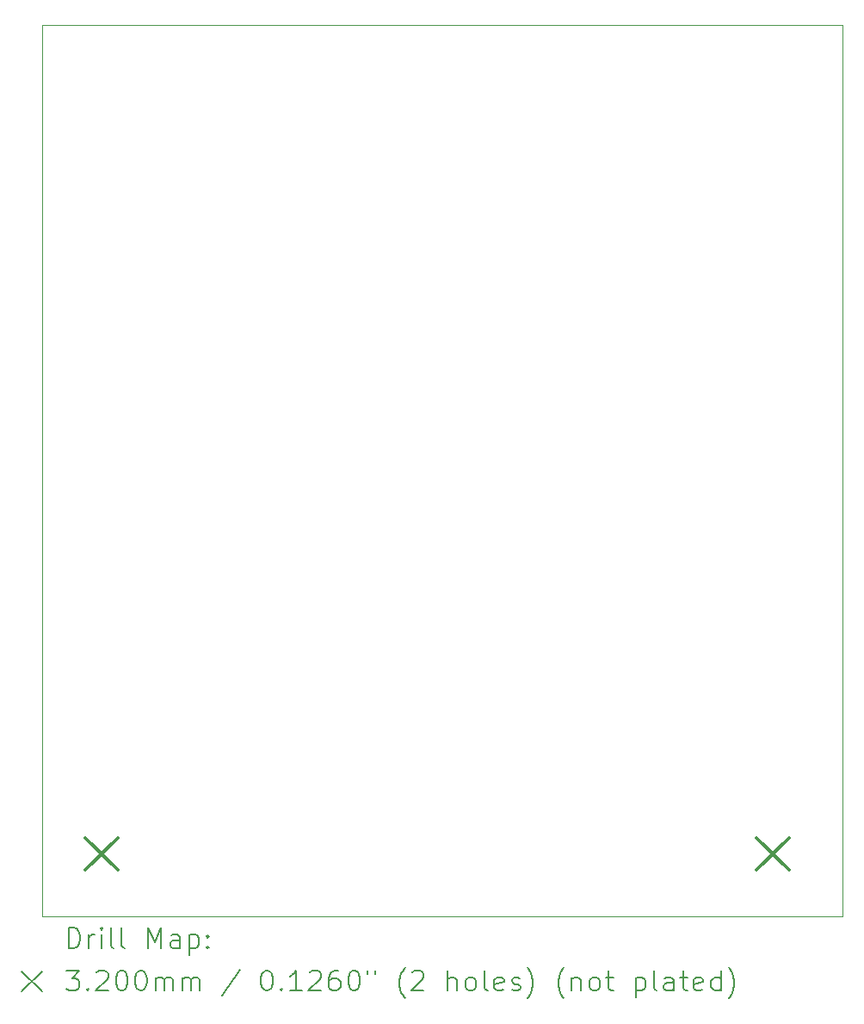
<source format=gbr>
%TF.GenerationSoftware,KiCad,Pcbnew,7.0.10*%
%TF.CreationDate,2024-02-08T17:52:36+11:00*%
%TF.ProjectId,Desktop Thermometer USB-C,4465736b-746f-4702-9054-6865726d6f6d,rev?*%
%TF.SameCoordinates,Original*%
%TF.FileFunction,Drillmap*%
%TF.FilePolarity,Positive*%
%FSLAX45Y45*%
G04 Gerber Fmt 4.5, Leading zero omitted, Abs format (unit mm)*
G04 Created by KiCad (PCBNEW 7.0.10) date 2024-02-08 17:52:36*
%MOMM*%
%LPD*%
G01*
G04 APERTURE LIST*
%ADD10C,0.100000*%
%ADD11C,0.200000*%
%ADD12C,0.320000*%
G04 APERTURE END LIST*
D10*
X9829800Y-4800600D02*
X17703800Y-4800600D01*
X17703800Y-13563600D01*
X9829800Y-13563600D01*
X9829800Y-4800600D01*
D11*
D12*
X10254000Y-12794000D02*
X10574000Y-13114000D01*
X10574000Y-12794000D02*
X10254000Y-13114000D01*
X16858000Y-12794000D02*
X17178000Y-13114000D01*
X17178000Y-12794000D02*
X16858000Y-13114000D01*
D11*
X10085577Y-13880084D02*
X10085577Y-13680084D01*
X10085577Y-13680084D02*
X10133196Y-13680084D01*
X10133196Y-13680084D02*
X10161767Y-13689608D01*
X10161767Y-13689608D02*
X10180815Y-13708655D01*
X10180815Y-13708655D02*
X10190339Y-13727703D01*
X10190339Y-13727703D02*
X10199863Y-13765798D01*
X10199863Y-13765798D02*
X10199863Y-13794369D01*
X10199863Y-13794369D02*
X10190339Y-13832465D01*
X10190339Y-13832465D02*
X10180815Y-13851512D01*
X10180815Y-13851512D02*
X10161767Y-13870560D01*
X10161767Y-13870560D02*
X10133196Y-13880084D01*
X10133196Y-13880084D02*
X10085577Y-13880084D01*
X10285577Y-13880084D02*
X10285577Y-13746750D01*
X10285577Y-13784846D02*
X10295101Y-13765798D01*
X10295101Y-13765798D02*
X10304624Y-13756274D01*
X10304624Y-13756274D02*
X10323672Y-13746750D01*
X10323672Y-13746750D02*
X10342720Y-13746750D01*
X10409386Y-13880084D02*
X10409386Y-13746750D01*
X10409386Y-13680084D02*
X10399863Y-13689608D01*
X10399863Y-13689608D02*
X10409386Y-13699131D01*
X10409386Y-13699131D02*
X10418910Y-13689608D01*
X10418910Y-13689608D02*
X10409386Y-13680084D01*
X10409386Y-13680084D02*
X10409386Y-13699131D01*
X10533196Y-13880084D02*
X10514148Y-13870560D01*
X10514148Y-13870560D02*
X10504624Y-13851512D01*
X10504624Y-13851512D02*
X10504624Y-13680084D01*
X10637958Y-13880084D02*
X10618910Y-13870560D01*
X10618910Y-13870560D02*
X10609386Y-13851512D01*
X10609386Y-13851512D02*
X10609386Y-13680084D01*
X10866529Y-13880084D02*
X10866529Y-13680084D01*
X10866529Y-13680084D02*
X10933196Y-13822941D01*
X10933196Y-13822941D02*
X10999863Y-13680084D01*
X10999863Y-13680084D02*
X10999863Y-13880084D01*
X11180815Y-13880084D02*
X11180815Y-13775322D01*
X11180815Y-13775322D02*
X11171291Y-13756274D01*
X11171291Y-13756274D02*
X11152244Y-13746750D01*
X11152244Y-13746750D02*
X11114148Y-13746750D01*
X11114148Y-13746750D02*
X11095101Y-13756274D01*
X11180815Y-13870560D02*
X11161767Y-13880084D01*
X11161767Y-13880084D02*
X11114148Y-13880084D01*
X11114148Y-13880084D02*
X11095101Y-13870560D01*
X11095101Y-13870560D02*
X11085577Y-13851512D01*
X11085577Y-13851512D02*
X11085577Y-13832465D01*
X11085577Y-13832465D02*
X11095101Y-13813417D01*
X11095101Y-13813417D02*
X11114148Y-13803893D01*
X11114148Y-13803893D02*
X11161767Y-13803893D01*
X11161767Y-13803893D02*
X11180815Y-13794369D01*
X11276053Y-13746750D02*
X11276053Y-13946750D01*
X11276053Y-13756274D02*
X11295101Y-13746750D01*
X11295101Y-13746750D02*
X11333196Y-13746750D01*
X11333196Y-13746750D02*
X11352243Y-13756274D01*
X11352243Y-13756274D02*
X11361767Y-13765798D01*
X11361767Y-13765798D02*
X11371291Y-13784846D01*
X11371291Y-13784846D02*
X11371291Y-13841988D01*
X11371291Y-13841988D02*
X11361767Y-13861036D01*
X11361767Y-13861036D02*
X11352243Y-13870560D01*
X11352243Y-13870560D02*
X11333196Y-13880084D01*
X11333196Y-13880084D02*
X11295101Y-13880084D01*
X11295101Y-13880084D02*
X11276053Y-13870560D01*
X11457005Y-13861036D02*
X11466529Y-13870560D01*
X11466529Y-13870560D02*
X11457005Y-13880084D01*
X11457005Y-13880084D02*
X11447482Y-13870560D01*
X11447482Y-13870560D02*
X11457005Y-13861036D01*
X11457005Y-13861036D02*
X11457005Y-13880084D01*
X11457005Y-13756274D02*
X11466529Y-13765798D01*
X11466529Y-13765798D02*
X11457005Y-13775322D01*
X11457005Y-13775322D02*
X11447482Y-13765798D01*
X11447482Y-13765798D02*
X11457005Y-13756274D01*
X11457005Y-13756274D02*
X11457005Y-13775322D01*
X9624800Y-14108600D02*
X9824800Y-14308600D01*
X9824800Y-14108600D02*
X9624800Y-14308600D01*
X10066529Y-14100084D02*
X10190339Y-14100084D01*
X10190339Y-14100084D02*
X10123672Y-14176274D01*
X10123672Y-14176274D02*
X10152244Y-14176274D01*
X10152244Y-14176274D02*
X10171291Y-14185798D01*
X10171291Y-14185798D02*
X10180815Y-14195322D01*
X10180815Y-14195322D02*
X10190339Y-14214369D01*
X10190339Y-14214369D02*
X10190339Y-14261988D01*
X10190339Y-14261988D02*
X10180815Y-14281036D01*
X10180815Y-14281036D02*
X10171291Y-14290560D01*
X10171291Y-14290560D02*
X10152244Y-14300084D01*
X10152244Y-14300084D02*
X10095101Y-14300084D01*
X10095101Y-14300084D02*
X10076053Y-14290560D01*
X10076053Y-14290560D02*
X10066529Y-14281036D01*
X10276053Y-14281036D02*
X10285577Y-14290560D01*
X10285577Y-14290560D02*
X10276053Y-14300084D01*
X10276053Y-14300084D02*
X10266529Y-14290560D01*
X10266529Y-14290560D02*
X10276053Y-14281036D01*
X10276053Y-14281036D02*
X10276053Y-14300084D01*
X10361767Y-14119131D02*
X10371291Y-14109608D01*
X10371291Y-14109608D02*
X10390339Y-14100084D01*
X10390339Y-14100084D02*
X10437958Y-14100084D01*
X10437958Y-14100084D02*
X10457005Y-14109608D01*
X10457005Y-14109608D02*
X10466529Y-14119131D01*
X10466529Y-14119131D02*
X10476053Y-14138179D01*
X10476053Y-14138179D02*
X10476053Y-14157227D01*
X10476053Y-14157227D02*
X10466529Y-14185798D01*
X10466529Y-14185798D02*
X10352244Y-14300084D01*
X10352244Y-14300084D02*
X10476053Y-14300084D01*
X10599863Y-14100084D02*
X10618910Y-14100084D01*
X10618910Y-14100084D02*
X10637958Y-14109608D01*
X10637958Y-14109608D02*
X10647482Y-14119131D01*
X10647482Y-14119131D02*
X10657005Y-14138179D01*
X10657005Y-14138179D02*
X10666529Y-14176274D01*
X10666529Y-14176274D02*
X10666529Y-14223893D01*
X10666529Y-14223893D02*
X10657005Y-14261988D01*
X10657005Y-14261988D02*
X10647482Y-14281036D01*
X10647482Y-14281036D02*
X10637958Y-14290560D01*
X10637958Y-14290560D02*
X10618910Y-14300084D01*
X10618910Y-14300084D02*
X10599863Y-14300084D01*
X10599863Y-14300084D02*
X10580815Y-14290560D01*
X10580815Y-14290560D02*
X10571291Y-14281036D01*
X10571291Y-14281036D02*
X10561767Y-14261988D01*
X10561767Y-14261988D02*
X10552244Y-14223893D01*
X10552244Y-14223893D02*
X10552244Y-14176274D01*
X10552244Y-14176274D02*
X10561767Y-14138179D01*
X10561767Y-14138179D02*
X10571291Y-14119131D01*
X10571291Y-14119131D02*
X10580815Y-14109608D01*
X10580815Y-14109608D02*
X10599863Y-14100084D01*
X10790339Y-14100084D02*
X10809386Y-14100084D01*
X10809386Y-14100084D02*
X10828434Y-14109608D01*
X10828434Y-14109608D02*
X10837958Y-14119131D01*
X10837958Y-14119131D02*
X10847482Y-14138179D01*
X10847482Y-14138179D02*
X10857005Y-14176274D01*
X10857005Y-14176274D02*
X10857005Y-14223893D01*
X10857005Y-14223893D02*
X10847482Y-14261988D01*
X10847482Y-14261988D02*
X10837958Y-14281036D01*
X10837958Y-14281036D02*
X10828434Y-14290560D01*
X10828434Y-14290560D02*
X10809386Y-14300084D01*
X10809386Y-14300084D02*
X10790339Y-14300084D01*
X10790339Y-14300084D02*
X10771291Y-14290560D01*
X10771291Y-14290560D02*
X10761767Y-14281036D01*
X10761767Y-14281036D02*
X10752244Y-14261988D01*
X10752244Y-14261988D02*
X10742720Y-14223893D01*
X10742720Y-14223893D02*
X10742720Y-14176274D01*
X10742720Y-14176274D02*
X10752244Y-14138179D01*
X10752244Y-14138179D02*
X10761767Y-14119131D01*
X10761767Y-14119131D02*
X10771291Y-14109608D01*
X10771291Y-14109608D02*
X10790339Y-14100084D01*
X10942720Y-14300084D02*
X10942720Y-14166750D01*
X10942720Y-14185798D02*
X10952244Y-14176274D01*
X10952244Y-14176274D02*
X10971291Y-14166750D01*
X10971291Y-14166750D02*
X10999863Y-14166750D01*
X10999863Y-14166750D02*
X11018910Y-14176274D01*
X11018910Y-14176274D02*
X11028434Y-14195322D01*
X11028434Y-14195322D02*
X11028434Y-14300084D01*
X11028434Y-14195322D02*
X11037958Y-14176274D01*
X11037958Y-14176274D02*
X11057005Y-14166750D01*
X11057005Y-14166750D02*
X11085577Y-14166750D01*
X11085577Y-14166750D02*
X11104625Y-14176274D01*
X11104625Y-14176274D02*
X11114148Y-14195322D01*
X11114148Y-14195322D02*
X11114148Y-14300084D01*
X11209386Y-14300084D02*
X11209386Y-14166750D01*
X11209386Y-14185798D02*
X11218910Y-14176274D01*
X11218910Y-14176274D02*
X11237958Y-14166750D01*
X11237958Y-14166750D02*
X11266529Y-14166750D01*
X11266529Y-14166750D02*
X11285577Y-14176274D01*
X11285577Y-14176274D02*
X11295101Y-14195322D01*
X11295101Y-14195322D02*
X11295101Y-14300084D01*
X11295101Y-14195322D02*
X11304624Y-14176274D01*
X11304624Y-14176274D02*
X11323672Y-14166750D01*
X11323672Y-14166750D02*
X11352243Y-14166750D01*
X11352243Y-14166750D02*
X11371291Y-14176274D01*
X11371291Y-14176274D02*
X11380815Y-14195322D01*
X11380815Y-14195322D02*
X11380815Y-14300084D01*
X11771291Y-14090560D02*
X11599863Y-14347703D01*
X12028434Y-14100084D02*
X12047482Y-14100084D01*
X12047482Y-14100084D02*
X12066529Y-14109608D01*
X12066529Y-14109608D02*
X12076053Y-14119131D01*
X12076053Y-14119131D02*
X12085577Y-14138179D01*
X12085577Y-14138179D02*
X12095101Y-14176274D01*
X12095101Y-14176274D02*
X12095101Y-14223893D01*
X12095101Y-14223893D02*
X12085577Y-14261988D01*
X12085577Y-14261988D02*
X12076053Y-14281036D01*
X12076053Y-14281036D02*
X12066529Y-14290560D01*
X12066529Y-14290560D02*
X12047482Y-14300084D01*
X12047482Y-14300084D02*
X12028434Y-14300084D01*
X12028434Y-14300084D02*
X12009386Y-14290560D01*
X12009386Y-14290560D02*
X11999863Y-14281036D01*
X11999863Y-14281036D02*
X11990339Y-14261988D01*
X11990339Y-14261988D02*
X11980815Y-14223893D01*
X11980815Y-14223893D02*
X11980815Y-14176274D01*
X11980815Y-14176274D02*
X11990339Y-14138179D01*
X11990339Y-14138179D02*
X11999863Y-14119131D01*
X11999863Y-14119131D02*
X12009386Y-14109608D01*
X12009386Y-14109608D02*
X12028434Y-14100084D01*
X12180815Y-14281036D02*
X12190339Y-14290560D01*
X12190339Y-14290560D02*
X12180815Y-14300084D01*
X12180815Y-14300084D02*
X12171291Y-14290560D01*
X12171291Y-14290560D02*
X12180815Y-14281036D01*
X12180815Y-14281036D02*
X12180815Y-14300084D01*
X12380815Y-14300084D02*
X12266529Y-14300084D01*
X12323672Y-14300084D02*
X12323672Y-14100084D01*
X12323672Y-14100084D02*
X12304625Y-14128655D01*
X12304625Y-14128655D02*
X12285577Y-14147703D01*
X12285577Y-14147703D02*
X12266529Y-14157227D01*
X12457006Y-14119131D02*
X12466529Y-14109608D01*
X12466529Y-14109608D02*
X12485577Y-14100084D01*
X12485577Y-14100084D02*
X12533196Y-14100084D01*
X12533196Y-14100084D02*
X12552244Y-14109608D01*
X12552244Y-14109608D02*
X12561767Y-14119131D01*
X12561767Y-14119131D02*
X12571291Y-14138179D01*
X12571291Y-14138179D02*
X12571291Y-14157227D01*
X12571291Y-14157227D02*
X12561767Y-14185798D01*
X12561767Y-14185798D02*
X12447482Y-14300084D01*
X12447482Y-14300084D02*
X12571291Y-14300084D01*
X12742720Y-14100084D02*
X12704625Y-14100084D01*
X12704625Y-14100084D02*
X12685577Y-14109608D01*
X12685577Y-14109608D02*
X12676053Y-14119131D01*
X12676053Y-14119131D02*
X12657006Y-14147703D01*
X12657006Y-14147703D02*
X12647482Y-14185798D01*
X12647482Y-14185798D02*
X12647482Y-14261988D01*
X12647482Y-14261988D02*
X12657006Y-14281036D01*
X12657006Y-14281036D02*
X12666529Y-14290560D01*
X12666529Y-14290560D02*
X12685577Y-14300084D01*
X12685577Y-14300084D02*
X12723672Y-14300084D01*
X12723672Y-14300084D02*
X12742720Y-14290560D01*
X12742720Y-14290560D02*
X12752244Y-14281036D01*
X12752244Y-14281036D02*
X12761767Y-14261988D01*
X12761767Y-14261988D02*
X12761767Y-14214369D01*
X12761767Y-14214369D02*
X12752244Y-14195322D01*
X12752244Y-14195322D02*
X12742720Y-14185798D01*
X12742720Y-14185798D02*
X12723672Y-14176274D01*
X12723672Y-14176274D02*
X12685577Y-14176274D01*
X12685577Y-14176274D02*
X12666529Y-14185798D01*
X12666529Y-14185798D02*
X12657006Y-14195322D01*
X12657006Y-14195322D02*
X12647482Y-14214369D01*
X12885577Y-14100084D02*
X12904625Y-14100084D01*
X12904625Y-14100084D02*
X12923672Y-14109608D01*
X12923672Y-14109608D02*
X12933196Y-14119131D01*
X12933196Y-14119131D02*
X12942720Y-14138179D01*
X12942720Y-14138179D02*
X12952244Y-14176274D01*
X12952244Y-14176274D02*
X12952244Y-14223893D01*
X12952244Y-14223893D02*
X12942720Y-14261988D01*
X12942720Y-14261988D02*
X12933196Y-14281036D01*
X12933196Y-14281036D02*
X12923672Y-14290560D01*
X12923672Y-14290560D02*
X12904625Y-14300084D01*
X12904625Y-14300084D02*
X12885577Y-14300084D01*
X12885577Y-14300084D02*
X12866529Y-14290560D01*
X12866529Y-14290560D02*
X12857006Y-14281036D01*
X12857006Y-14281036D02*
X12847482Y-14261988D01*
X12847482Y-14261988D02*
X12837958Y-14223893D01*
X12837958Y-14223893D02*
X12837958Y-14176274D01*
X12837958Y-14176274D02*
X12847482Y-14138179D01*
X12847482Y-14138179D02*
X12857006Y-14119131D01*
X12857006Y-14119131D02*
X12866529Y-14109608D01*
X12866529Y-14109608D02*
X12885577Y-14100084D01*
X13028434Y-14100084D02*
X13028434Y-14138179D01*
X13104625Y-14100084D02*
X13104625Y-14138179D01*
X13399863Y-14376274D02*
X13390339Y-14366750D01*
X13390339Y-14366750D02*
X13371291Y-14338179D01*
X13371291Y-14338179D02*
X13361768Y-14319131D01*
X13361768Y-14319131D02*
X13352244Y-14290560D01*
X13352244Y-14290560D02*
X13342720Y-14242941D01*
X13342720Y-14242941D02*
X13342720Y-14204846D01*
X13342720Y-14204846D02*
X13352244Y-14157227D01*
X13352244Y-14157227D02*
X13361768Y-14128655D01*
X13361768Y-14128655D02*
X13371291Y-14109608D01*
X13371291Y-14109608D02*
X13390339Y-14081036D01*
X13390339Y-14081036D02*
X13399863Y-14071512D01*
X13466529Y-14119131D02*
X13476053Y-14109608D01*
X13476053Y-14109608D02*
X13495101Y-14100084D01*
X13495101Y-14100084D02*
X13542720Y-14100084D01*
X13542720Y-14100084D02*
X13561768Y-14109608D01*
X13561768Y-14109608D02*
X13571291Y-14119131D01*
X13571291Y-14119131D02*
X13580815Y-14138179D01*
X13580815Y-14138179D02*
X13580815Y-14157227D01*
X13580815Y-14157227D02*
X13571291Y-14185798D01*
X13571291Y-14185798D02*
X13457006Y-14300084D01*
X13457006Y-14300084D02*
X13580815Y-14300084D01*
X13818910Y-14300084D02*
X13818910Y-14100084D01*
X13904625Y-14300084D02*
X13904625Y-14195322D01*
X13904625Y-14195322D02*
X13895101Y-14176274D01*
X13895101Y-14176274D02*
X13876053Y-14166750D01*
X13876053Y-14166750D02*
X13847482Y-14166750D01*
X13847482Y-14166750D02*
X13828434Y-14176274D01*
X13828434Y-14176274D02*
X13818910Y-14185798D01*
X14028434Y-14300084D02*
X14009387Y-14290560D01*
X14009387Y-14290560D02*
X13999863Y-14281036D01*
X13999863Y-14281036D02*
X13990339Y-14261988D01*
X13990339Y-14261988D02*
X13990339Y-14204846D01*
X13990339Y-14204846D02*
X13999863Y-14185798D01*
X13999863Y-14185798D02*
X14009387Y-14176274D01*
X14009387Y-14176274D02*
X14028434Y-14166750D01*
X14028434Y-14166750D02*
X14057006Y-14166750D01*
X14057006Y-14166750D02*
X14076053Y-14176274D01*
X14076053Y-14176274D02*
X14085577Y-14185798D01*
X14085577Y-14185798D02*
X14095101Y-14204846D01*
X14095101Y-14204846D02*
X14095101Y-14261988D01*
X14095101Y-14261988D02*
X14085577Y-14281036D01*
X14085577Y-14281036D02*
X14076053Y-14290560D01*
X14076053Y-14290560D02*
X14057006Y-14300084D01*
X14057006Y-14300084D02*
X14028434Y-14300084D01*
X14209387Y-14300084D02*
X14190339Y-14290560D01*
X14190339Y-14290560D02*
X14180815Y-14271512D01*
X14180815Y-14271512D02*
X14180815Y-14100084D01*
X14361768Y-14290560D02*
X14342720Y-14300084D01*
X14342720Y-14300084D02*
X14304625Y-14300084D01*
X14304625Y-14300084D02*
X14285577Y-14290560D01*
X14285577Y-14290560D02*
X14276053Y-14271512D01*
X14276053Y-14271512D02*
X14276053Y-14195322D01*
X14276053Y-14195322D02*
X14285577Y-14176274D01*
X14285577Y-14176274D02*
X14304625Y-14166750D01*
X14304625Y-14166750D02*
X14342720Y-14166750D01*
X14342720Y-14166750D02*
X14361768Y-14176274D01*
X14361768Y-14176274D02*
X14371291Y-14195322D01*
X14371291Y-14195322D02*
X14371291Y-14214369D01*
X14371291Y-14214369D02*
X14276053Y-14233417D01*
X14447482Y-14290560D02*
X14466530Y-14300084D01*
X14466530Y-14300084D02*
X14504625Y-14300084D01*
X14504625Y-14300084D02*
X14523672Y-14290560D01*
X14523672Y-14290560D02*
X14533196Y-14271512D01*
X14533196Y-14271512D02*
X14533196Y-14261988D01*
X14533196Y-14261988D02*
X14523672Y-14242941D01*
X14523672Y-14242941D02*
X14504625Y-14233417D01*
X14504625Y-14233417D02*
X14476053Y-14233417D01*
X14476053Y-14233417D02*
X14457006Y-14223893D01*
X14457006Y-14223893D02*
X14447482Y-14204846D01*
X14447482Y-14204846D02*
X14447482Y-14195322D01*
X14447482Y-14195322D02*
X14457006Y-14176274D01*
X14457006Y-14176274D02*
X14476053Y-14166750D01*
X14476053Y-14166750D02*
X14504625Y-14166750D01*
X14504625Y-14166750D02*
X14523672Y-14176274D01*
X14599863Y-14376274D02*
X14609387Y-14366750D01*
X14609387Y-14366750D02*
X14628434Y-14338179D01*
X14628434Y-14338179D02*
X14637958Y-14319131D01*
X14637958Y-14319131D02*
X14647482Y-14290560D01*
X14647482Y-14290560D02*
X14657006Y-14242941D01*
X14657006Y-14242941D02*
X14657006Y-14204846D01*
X14657006Y-14204846D02*
X14647482Y-14157227D01*
X14647482Y-14157227D02*
X14637958Y-14128655D01*
X14637958Y-14128655D02*
X14628434Y-14109608D01*
X14628434Y-14109608D02*
X14609387Y-14081036D01*
X14609387Y-14081036D02*
X14599863Y-14071512D01*
X14961768Y-14376274D02*
X14952244Y-14366750D01*
X14952244Y-14366750D02*
X14933196Y-14338179D01*
X14933196Y-14338179D02*
X14923672Y-14319131D01*
X14923672Y-14319131D02*
X14914149Y-14290560D01*
X14914149Y-14290560D02*
X14904625Y-14242941D01*
X14904625Y-14242941D02*
X14904625Y-14204846D01*
X14904625Y-14204846D02*
X14914149Y-14157227D01*
X14914149Y-14157227D02*
X14923672Y-14128655D01*
X14923672Y-14128655D02*
X14933196Y-14109608D01*
X14933196Y-14109608D02*
X14952244Y-14081036D01*
X14952244Y-14081036D02*
X14961768Y-14071512D01*
X15037958Y-14166750D02*
X15037958Y-14300084D01*
X15037958Y-14185798D02*
X15047482Y-14176274D01*
X15047482Y-14176274D02*
X15066530Y-14166750D01*
X15066530Y-14166750D02*
X15095101Y-14166750D01*
X15095101Y-14166750D02*
X15114149Y-14176274D01*
X15114149Y-14176274D02*
X15123672Y-14195322D01*
X15123672Y-14195322D02*
X15123672Y-14300084D01*
X15247482Y-14300084D02*
X15228434Y-14290560D01*
X15228434Y-14290560D02*
X15218911Y-14281036D01*
X15218911Y-14281036D02*
X15209387Y-14261988D01*
X15209387Y-14261988D02*
X15209387Y-14204846D01*
X15209387Y-14204846D02*
X15218911Y-14185798D01*
X15218911Y-14185798D02*
X15228434Y-14176274D01*
X15228434Y-14176274D02*
X15247482Y-14166750D01*
X15247482Y-14166750D02*
X15276053Y-14166750D01*
X15276053Y-14166750D02*
X15295101Y-14176274D01*
X15295101Y-14176274D02*
X15304625Y-14185798D01*
X15304625Y-14185798D02*
X15314149Y-14204846D01*
X15314149Y-14204846D02*
X15314149Y-14261988D01*
X15314149Y-14261988D02*
X15304625Y-14281036D01*
X15304625Y-14281036D02*
X15295101Y-14290560D01*
X15295101Y-14290560D02*
X15276053Y-14300084D01*
X15276053Y-14300084D02*
X15247482Y-14300084D01*
X15371292Y-14166750D02*
X15447482Y-14166750D01*
X15399863Y-14100084D02*
X15399863Y-14271512D01*
X15399863Y-14271512D02*
X15409387Y-14290560D01*
X15409387Y-14290560D02*
X15428434Y-14300084D01*
X15428434Y-14300084D02*
X15447482Y-14300084D01*
X15666530Y-14166750D02*
X15666530Y-14366750D01*
X15666530Y-14176274D02*
X15685577Y-14166750D01*
X15685577Y-14166750D02*
X15723673Y-14166750D01*
X15723673Y-14166750D02*
X15742720Y-14176274D01*
X15742720Y-14176274D02*
X15752244Y-14185798D01*
X15752244Y-14185798D02*
X15761768Y-14204846D01*
X15761768Y-14204846D02*
X15761768Y-14261988D01*
X15761768Y-14261988D02*
X15752244Y-14281036D01*
X15752244Y-14281036D02*
X15742720Y-14290560D01*
X15742720Y-14290560D02*
X15723673Y-14300084D01*
X15723673Y-14300084D02*
X15685577Y-14300084D01*
X15685577Y-14300084D02*
X15666530Y-14290560D01*
X15876053Y-14300084D02*
X15857006Y-14290560D01*
X15857006Y-14290560D02*
X15847482Y-14271512D01*
X15847482Y-14271512D02*
X15847482Y-14100084D01*
X16037958Y-14300084D02*
X16037958Y-14195322D01*
X16037958Y-14195322D02*
X16028434Y-14176274D01*
X16028434Y-14176274D02*
X16009387Y-14166750D01*
X16009387Y-14166750D02*
X15971292Y-14166750D01*
X15971292Y-14166750D02*
X15952244Y-14176274D01*
X16037958Y-14290560D02*
X16018911Y-14300084D01*
X16018911Y-14300084D02*
X15971292Y-14300084D01*
X15971292Y-14300084D02*
X15952244Y-14290560D01*
X15952244Y-14290560D02*
X15942720Y-14271512D01*
X15942720Y-14271512D02*
X15942720Y-14252465D01*
X15942720Y-14252465D02*
X15952244Y-14233417D01*
X15952244Y-14233417D02*
X15971292Y-14223893D01*
X15971292Y-14223893D02*
X16018911Y-14223893D01*
X16018911Y-14223893D02*
X16037958Y-14214369D01*
X16104625Y-14166750D02*
X16180815Y-14166750D01*
X16133196Y-14100084D02*
X16133196Y-14271512D01*
X16133196Y-14271512D02*
X16142720Y-14290560D01*
X16142720Y-14290560D02*
X16161768Y-14300084D01*
X16161768Y-14300084D02*
X16180815Y-14300084D01*
X16323673Y-14290560D02*
X16304625Y-14300084D01*
X16304625Y-14300084D02*
X16266530Y-14300084D01*
X16266530Y-14300084D02*
X16247482Y-14290560D01*
X16247482Y-14290560D02*
X16237958Y-14271512D01*
X16237958Y-14271512D02*
X16237958Y-14195322D01*
X16237958Y-14195322D02*
X16247482Y-14176274D01*
X16247482Y-14176274D02*
X16266530Y-14166750D01*
X16266530Y-14166750D02*
X16304625Y-14166750D01*
X16304625Y-14166750D02*
X16323673Y-14176274D01*
X16323673Y-14176274D02*
X16333196Y-14195322D01*
X16333196Y-14195322D02*
X16333196Y-14214369D01*
X16333196Y-14214369D02*
X16237958Y-14233417D01*
X16504625Y-14300084D02*
X16504625Y-14100084D01*
X16504625Y-14290560D02*
X16485577Y-14300084D01*
X16485577Y-14300084D02*
X16447482Y-14300084D01*
X16447482Y-14300084D02*
X16428434Y-14290560D01*
X16428434Y-14290560D02*
X16418911Y-14281036D01*
X16418911Y-14281036D02*
X16409387Y-14261988D01*
X16409387Y-14261988D02*
X16409387Y-14204846D01*
X16409387Y-14204846D02*
X16418911Y-14185798D01*
X16418911Y-14185798D02*
X16428434Y-14176274D01*
X16428434Y-14176274D02*
X16447482Y-14166750D01*
X16447482Y-14166750D02*
X16485577Y-14166750D01*
X16485577Y-14166750D02*
X16504625Y-14176274D01*
X16580815Y-14376274D02*
X16590339Y-14366750D01*
X16590339Y-14366750D02*
X16609387Y-14338179D01*
X16609387Y-14338179D02*
X16618911Y-14319131D01*
X16618911Y-14319131D02*
X16628434Y-14290560D01*
X16628434Y-14290560D02*
X16637958Y-14242941D01*
X16637958Y-14242941D02*
X16637958Y-14204846D01*
X16637958Y-14204846D02*
X16628434Y-14157227D01*
X16628434Y-14157227D02*
X16618911Y-14128655D01*
X16618911Y-14128655D02*
X16609387Y-14109608D01*
X16609387Y-14109608D02*
X16590339Y-14081036D01*
X16590339Y-14081036D02*
X16580815Y-14071512D01*
M02*

</source>
